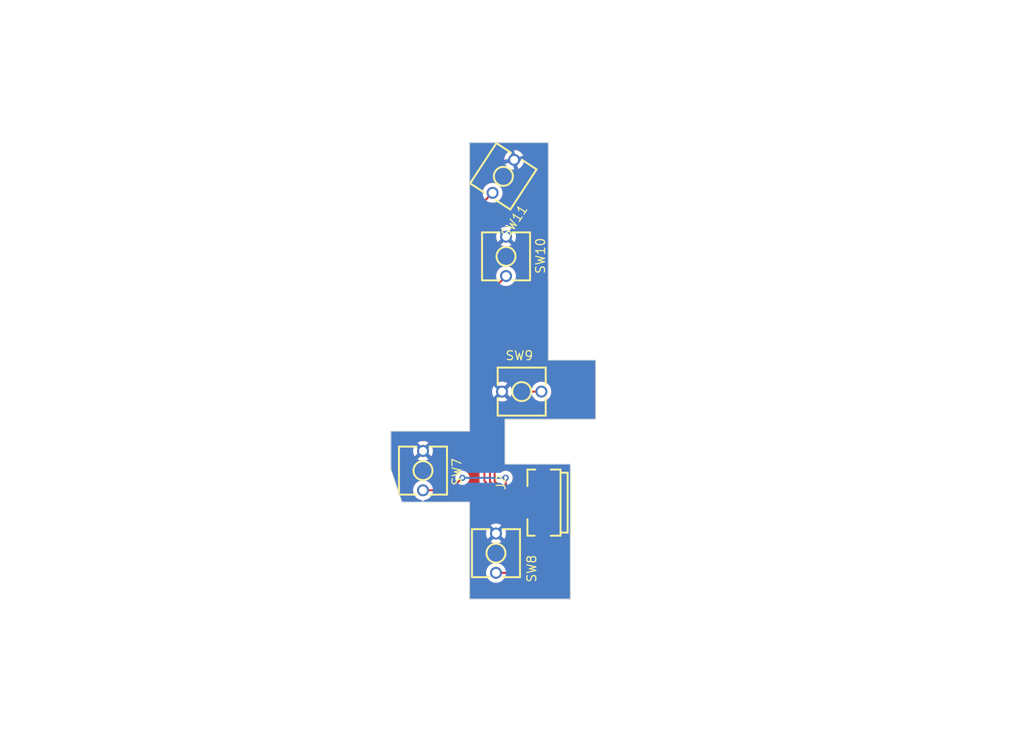
<source format=kicad_pcb>
(kicad_pcb (version 20221018) (generator pcbnew)
  (layers (0 "F.Cu" signal) (31 "B.Cu" signal) (34 "B.Paste" user) (35 "F.Paste" user) (36 "B.SilkS" user "B.Silkscreen") (37 "F.SilkS" user "F.Silkscreen") (38 "B.Mask" user) (39 "F.Mask" user) (44 "Edge.Cuts" user))
  (net 0 "")
  (net 1 "GND")
  (net 2 "SW11_B")
  (net 3 "SW8_B")
  (net 4 "SW9_B")
  (net 5 "SW10_B")
  (net 6 "SW7_B")
  (footprint "0:SW-TH_L6.2-W6.2-P5.00" (layer "F.Cu") (at 114.243 78.567 -90)
    (fp_text reference "SW10" (at -2.455 -4.369 90) (layer "F.SilkS") (effects (font (size 1.143 1.143) (thickness 0.152)) (justify right)))
    (fp_text value "SW_PUSH" hide)
    (fp_line (start -3.048 -3.048) (end -3.048 -0.828) (stroke (width 0.254)) (layer "F.SilkS"))
    (fp_line (start -3.048 -3.048) (end 3.048 -3.048) (stroke (width 0.254)) (layer "F.SilkS"))
    (fp_line (start -3.048 0.828) (end -3.048 3.048) (stroke (width 0.254)) (layer "F.SilkS"))
    (fp_line (start -3.048 3.048) (end 3.048 3.048) (stroke (width 0.254)) (layer "F.SilkS"))
    (fp_line (start 3.048 -3.048) (end 3.048 -0.828) (stroke (width 0.254)) (layer "F.SilkS"))
    (fp_line (start 3.048 0.828) (end 3.048 1.16) (stroke (width 0.254)) (layer "F.SilkS"))
    (fp_line (start 3.048 3.048) (end 3.048 0.828) (stroke (width 0.254)) (layer "F.SilkS"))
    (fp_circle (center 0 0) (end 1.205 0) (stroke (width 0.254)) (fill none) (layer "F.SilkS"))
    (pad "1" thru_hole circle (at -2.5 0 270) (size 1.524 1.524) (drill 1) (layers "*.Cu" "*.Paste" "*.Mask") (net 1 "GND"))
    (pad "2" thru_hole circle (at 2.5 0 270) (size 1.524 1.524) (drill 1) (layers "*.Cu" "*.Paste" "*.Mask") (net 5 "SW10_B"))
  )
  (footprint "0:SW-TH_L6.2-W6.2-P5.00" (layer "F.Cu") (at 112.966 116.273 -90)
    (fp_text reference "SW8" (at 0.127 -4.534 90) (layer "F.SilkS") (effects (font (size 1.143 1.143) (thickness 0.152)) (justify right)))
    (fp_text value "SW_PUSH" hide)
    (fp_line (start -3.048 -3.048) (end -3.048 -0.828) (stroke (width 0.254)) (layer "F.SilkS"))
    (fp_line (start -3.048 -3.048) (end 3.048 -3.048) (stroke (width 0.254)) (layer "F.SilkS"))
    (fp_line (start -3.048 0.828) (end -3.048 3.048) (stroke (width 0.254)) (layer "F.SilkS"))
    (fp_line (start -3.048 3.048) (end 3.048 3.048) (stroke (width 0.254)) (layer "F.SilkS"))
    (fp_line (start 3.048 -3.048) (end 3.048 -0.828) (stroke (width 0.254)) (layer "F.SilkS"))
    (fp_line (start 3.048 0.828) (end 3.048 1.16) (stroke (width 0.254)) (layer "F.SilkS"))
    (fp_line (start 3.048 3.048) (end 3.048 0.828) (stroke (width 0.254)) (layer "F.SilkS"))
    (fp_circle (center 0 0) (end 1.205 0) (stroke (width 0.254)) (fill none) (layer "F.SilkS"))
    (pad "1" thru_hole circle (at -2.5 0 270) (size 1.524 1.524) (drill 1) (layers "*.Cu" "*.Paste" "*.Mask") (net 1 "GND"))
    (pad "2" thru_hole circle (at 2.5 0 270) (size 1.524 1.524) (drill 1) (layers "*.Cu" "*.Paste" "*.Mask") (net 3 "SW8_B"))
  )
  (footprint "0:SW-TH_L6.2-W6.2-P5.00" (layer "F.Cu") (at 103.699 105.784 -90)
    (fp_text reference "SW7" (at -1.684 -4.301 90) (layer "F.SilkS") (effects (font (size 1.143 1.143) (thickness 0.152)) (justify right)))
    (fp_text value "SW_PUSH" hide)
    (fp_line (start -3.048 -3.048) (end -3.048 -0.828) (stroke (width 0.254)) (layer "F.SilkS"))
    (fp_line (start -3.048 -3.048) (end 3.048 -3.048) (stroke (width 0.254)) (layer "F.SilkS"))
    (fp_line (start -3.048 0.828) (end -3.048 3.048) (stroke (width 0.254)) (layer "F.SilkS"))
    (fp_line (start -3.048 3.048) (end 3.048 3.048) (stroke (width 0.254)) (layer "F.SilkS"))
    (fp_line (start 3.048 -3.048) (end 3.048 -0.828) (stroke (width 0.254)) (layer "F.SilkS"))
    (fp_line (start 3.048 0.828) (end 3.048 1.16) (stroke (width 0.254)) (layer "F.SilkS"))
    (fp_line (start 3.048 3.048) (end 3.048 0.828) (stroke (width 0.254)) (layer "F.SilkS"))
    (fp_circle (center 0 0) (end 1.205 0) (stroke (width 0.254)) (fill none) (layer "F.SilkS"))
    (pad "1" thru_hole circle (at -2.5 0 270) (size 1.524 1.524) (drill 1) (layers "*.Cu" "*.Paste" "*.Mask") (net 1 "GND"))
    (pad "2" thru_hole circle (at 2.5 0 270) (size 1.524 1.524) (drill 1) (layers "*.Cu" "*.Paste" "*.Mask") (net 6 "SW7_B"))
  )
  (footprint "0:SW-TH_L6.2-W6.2-P5.00" (layer "F.Cu") (at 116.233 95.745)
    (fp_text reference "SW9" (at -2.145 -4.567) (layer "F.SilkS") (effects (font (size 1.143 1.143) (thickness 0.152)) (justify left)))
    (fp_text value "SW_PUSH" hide)
    (fp_line (start -3.048 -3.048) (end -3.048 -0.828) (stroke (width 0.254)) (layer "F.SilkS"))
    (fp_line (start -3.048 -3.048) (end 3.048 -3.048) (stroke (width 0.254)) (layer "F.SilkS"))
    (fp_line (start -3.048 0.828) (end -3.048 3.048) (stroke (width 0.254)) (layer "F.SilkS"))
    (fp_line (start -3.048 3.048) (end 3.048 3.048) (stroke (width 0.254)) (layer "F.SilkS"))
    (fp_line (start 3.048 -3.048) (end 3.048 -0.828) (stroke (width 0.254)) (layer "F.SilkS"))
    (fp_line (start 3.048 0.828) (end 3.048 1.16) (stroke (width 0.254)) (layer "F.SilkS"))
    (fp_line (start 3.048 3.048) (end 3.048 0.828) (stroke (width 0.254)) (layer "F.SilkS"))
    (fp_circle (center 0 0) (end 1.205 0) (stroke (width 0.254)) (fill none) (layer "F.SilkS"))
    (pad "1" thru_hole circle (at -2.5 0) (size 1.524 1.524) (drill 1) (layers "*.Cu" "*.Paste" "*.Mask") (net 1 "GND"))
    (pad "2" thru_hole circle (at 2.5 0) (size 1.524 1.524) (drill 1) (layers "*.Cu" "*.Paste" "*.Mask") (net 4 "SW9_B"))
  )
  (footprint "0:FFCｺﾈｸﾀ_FPC-SMD_P0.50-8P_FGS-XJ-H2.0" (layer "F.Cu") (at 117.56 109.85 -90)
    (fp_text reference "J2" (at -3.65 3.96 90) (layer "F.SilkS") (effects (font (size 1.143 1.143) (thickness 0.152)) (justify right)))
    (fp_text value "Conn_01x8_Pin + 2" hide)
    (fp_line (start -4.2 -3.6) (end -4.2 -2.371) (stroke (width 0.254)) (layer "F.SilkS"))
    (fp_line (start -4.2 -0.4) (end -4.2 0.6) (stroke (width 0.254)) (layer "F.SilkS"))
    (fp_line (start -4.2 0.6) (end -2.113 0.6) (stroke (width 0.254)) (layer "F.SilkS"))
    (fp_line (start -3.8 -4.5) (end 3.8 -4.5) (stroke (width 0.254)) (layer "F.SilkS"))
    (fp_line (start -3.8 -3.6) (end -3.8 -4.5) (stroke (width 0.254)) (layer "F.SilkS"))
    (fp_line (start 2.113 0.6) (end 4.2 0.6) (stroke (width 0.254)) (layer "F.SilkS"))
    (fp_line (start 3.8 -4.5) (end 3.8 -3.6) (stroke (width 0.254)) (layer "F.SilkS"))
    (fp_line (start 4.2 -3.6) (end -4.2 -3.6) (stroke (width 0.254)) (layer "F.SilkS"))
    (fp_line (start 4.2 -2.371) (end 4.2 -3.6) (stroke (width 0.254)) (layer "F.SilkS"))
    (fp_line (start 4.2 0.6) (end 4.2 -0.309) (stroke (width 0.254)) (layer "F.SilkS"))
    (pad "1" smd rect (at -1.75 1.34 270) (size 0.3 1.3) (layers "F.Cu" "F.Paste" "F.Mask") (net 1 "GND"))
    (pad "2" smd rect (at -1.252 1.338 270) (size 0.3 1.3) (layers "F.Cu" "F.Paste" "F.Mask") (net 6 "SW7_B"))
    (pad "3" smd rect (at -0.75 1.34 270) (size 0.3 1.3) (layers "F.Cu" "F.Paste" "F.Mask") (net 3 "SW8_B"))
    (pad "4" smd rect (at -0.25 1.34 270) (size 0.3 1.3) (layers "F.Cu" "F.Paste" "F.Mask") (net 4 "SW9_B"))
    (pad "5" smd rect (at 0.25 1.34 270) (size 0.3 1.3) (layers "F.Cu" "F.Paste" "F.Mask") (net 5 "SW10_B"))
    (pad "6" smd rect (at 0.75 1.34 270) (size 0.3 1.3) (layers "F.Cu" "F.Paste" "F.Mask") (net 2 "SW11_B"))
    (pad "7" smd rect (at 1.25 1.34 270) (size 0.3 1.3) (layers "F.Cu" "F.Paste" "F.Mask"))
    (pad "8" smd rect (at 1.75 1.34 270) (size 0.3 1.3) (layers "F.Cu" "F.Paste" "F.Mask"))
    (pad "9" smd rect (at 3.45 -1.34 180) (size 1.6 2) (layers "F.Cu" "F.Paste" "F.Mask") (net 1 "GND"))
    (pad "10" smd rect (at -3.45 -1.34 180) (size 1.6 2) (layers "F.Cu" "F.Paste" "F.Mask") (net 1 "GND"))
  )
  (footprint "0:SW-TH_L6.2-W6.2-P5.00" (layer "F.Cu") (at 113.902 68.402 -123.125)
    (fp_text reference "SW11" (at 1.626125 -4.296966 56.875) (layer "F.SilkS") (effects (font (size 1.143 1.143) (thickness 0.152)) (justify right)))
    (fp_text value "SW_PUSH" hide)
    (fp_line (start -3.048 -3.048) (end -3.048 -0.828) (stroke (width 0.254)) (layer "F.SilkS"))
    (fp_line (start -3.048 -3.048) (end 3.048 -3.048) (stroke (width 0.254)) (layer "F.SilkS"))
    (fp_line (start -3.048 0.828) (end -3.048 3.048) (stroke (width 0.254)) (layer "F.SilkS"))
    (fp_line (start -3.048 3.048) (end 3.048 3.048) (stroke (width 0.254)) (layer "F.SilkS"))
    (fp_line (start 3.048 -3.048) (end 3.048 -0.828) (stroke (width 0.254)) (layer "F.SilkS"))
    (fp_line (start 3.048 0.828) (end 3.048 1.16) (stroke (width 0.254)) (layer "F.SilkS"))
    (fp_line (start 3.048 3.048) (end 3.048 0.828) (stroke (width 0.254)) (layer "F.SilkS"))
    (fp_circle (center 0 0) (end 1.205 0) (stroke (width 0.254)) (fill none) (layer "F.SilkS"))
    (pad "1" thru_hole circle (at -2.5 0 236.875) (size 1.524 1.524) (drill 1) (layers "*.Cu" "*.Paste" "*.Mask") (net 1 "GND"))
    (pad "2" thru_hole circle (at 2.5 0 236.875) (size 1.524 1.524) (drill 1) (layers "*.Cu" "*.Paste" "*.Mask") (net 2 "SW11_B"))
  )
  (gr_line (start 122.412 104.959) (end 114.112 104.959) (stroke (width 0.1)) (layer "Edge.Cuts"))
  (gr_line (start 109.612 122.112) (end 109.612 109.785) (stroke (width 0.1)) (layer "Edge.Cuts"))
  (gr_line (start 109.612 122.112) (end 122.412 122.112) (stroke (width 0.1)) (layer "Edge.Cuts"))
  (gr_line (start 109.612 64.112) (end 109.612 100.785) (stroke (width 0.1)) (layer "Edge.Cuts"))
  (gr_line (start 122.412 122.112) (end 122.412 104.959) (stroke (width 0.1)) (layer "Edge.Cuts"))
  (gr_line (start 109.612 100.785) (end 99.612 100.785) (stroke (width 0.1)) (layer "Edge.Cuts"))
  (gr_line (start 99.612 105.585) (end 99.612 100.785) (stroke (width 0.1)) (layer "Edge.Cuts"))
  (gr_line (start 109.612 109.785) (end 101.03 109.785) (stroke (width 0.1)) (layer "Edge.Cuts"))
  (gr_line (start 125.612 99.259) (end 114.112 99.259) (stroke (width 0.1)) (layer "Edge.Cuts"))
  (gr_line (start 119.612 64.112) (end 109.612 64.112) (stroke (width 0.1)) (layer "Edge.Cuts"))
  (gr_line (start 114.112 104.959) (end 114.112 99.259) (stroke (width 0.1)) (layer "Edge.Cuts"))
  (gr_line (start 125.612 99.259) (end 125.612 91.745) (stroke (width 0.1)) (layer "Edge.Cuts"))
  (gr_line (start 101.03 109.785) (end 99.612 105.585) (stroke (width 0.1)) (layer "Edge.Cuts"))
  (gr_line (start 119.612 91.745) (end 119.612 64.112) (stroke (width 0.1)) (layer "Edge.Cuts"))
  (gr_line (start 119.612 91.745) (end 125.612 91.745) (stroke (width 0.1)) (layer "Edge.Cuts"))
  (segment (start 117.2 108.1) (end 118.9 106.4) (width 0.25) (layer "F.Cu") (net 1))
  (segment (start 116.22 108.1) (end 117.2 108.1) (width 0.25) (layer "F.Cu") (net 1))
  (segment (start 114.997208 110.6) (end 111.5 107.102792) (width 0.25) (layer "F.Cu") (net 2))
  (segment (start 116.22 110.6) (end 114.997208 110.6) (width 0.25) (layer "F.Cu") (net 2))
  (segment (start 111.5 107.102792) (end 111.5 71.531532) (width 0.25) (layer "F.Cu") (net 2))
  (segment (start 111.5 71.531532) (end 112.535831 70.495701) (width 0.25) (layer "F.Cu") (net 2))
  (segment (start 121.7 110.3) (end 120.5 109.1) (width 0.25) (layer "F.Cu") (net 3))
  (segment (start 118.127 118.773) (end 121.7 115.2) (width 0.25) (layer "F.Cu") (net 3))
  (segment (start 112.966 118.773) (end 118.127 118.773) (width 0.25) (layer "F.Cu") (net 3))
  (segment (start 120.5 109.1) (end 116.22 109.1) (width 0.25) (layer "F.Cu") (net 3))
  (segment (start 121.7 115.2) (end 121.7 110.3) (width 0.25) (layer "F.Cu") (net 3))
  (segment (start 112.8 107.13) (end 112.8 99.9) (width 0.25) (layer "F.Cu") (net 4))
  (segment (start 112.8 99.9) (end 116.955 95.745) (width 0.25) (layer "F.Cu") (net 4))
  (segment (start 116.22 109.6) (end 115.27 109.6) (width 0.25) (layer "F.Cu") (net 4))
  (segment (start 115.27 109.6) (end 112.8 107.13) (width 0.25) (layer "F.Cu") (net 4))
  (segment (start 116.955 95.745) (end 118.733 95.745) (width 0.25) (layer "F.Cu") (net 4))
  (segment (start 112.2 83.11) (end 114.243 81.067) (width 0.25) (layer "F.Cu") (net 5))
  (segment (start 115.133604 110.1) (end 112.2 107.166396) (width 0.25) (layer "F.Cu") (net 5))
  (segment (start 116.22 110.1) (end 115.133604 110.1) (width 0.25) (layer "F.Cu") (net 5))
  (segment (start 112.2 107.166396) (end 112.2 83.11) (width 0.25) (layer "F.Cu") (net 5))
  (segment (start 115.268 108.598) (end 114.2 107.53) (width 0.25) (layer "F.Cu") (net 6))
  (segment (start 114.2 107.53) (end 114.2 106.7) (width 0.25) (layer "F.Cu") (net 6))
  (segment (start 107.116 108.284) (end 103.699 108.284) (width 0.25) (layer "F.Cu") (net 6))
  (segment (start 116.222 108.598) (end 115.268 108.598) (width 0.25) (layer "F.Cu") (net 6))
  (segment (start 108.7 106.7) (end 107.116 108.284) (width 0.25) (layer "F.Cu") (net 6))
  (via (at 108.7 106.7) (size 0.8) (drill 0.4) (layers "F.Cu" "B.Cu") (net 6))
  (via (at 114.2 106.7) (size 0.8) (drill 0.4) (layers "F.Cu" "B.Cu") (net 6))
  (segment (start 114.2 106.7) (end 108.7 106.7) (width 0.25) (layer "B.Cu") (net 6))
  (zone (net 1) (net_name "GND") (layer "F.Cu") (connect_pads (clearance 0.5)) (min_thickness 0.25) (fill yes (thermal_gap 0.5) (thermal_bridge_width 0.5) (island_removal_mode 1) (island_area_min 10))
    (polygon (pts (xy 50 46) (xy 50 141) (xy 180 141) (xy 180 46)))
  )
  (zone (net 1) (net_name "GND") (layer "B.Cu") (priority 1) (connect_pads (clearance 0.5)) (min_thickness 0.25) (fill yes (thermal_gap 0.5) (thermal_bridge_width 0.5))
    (polygon (pts (xy 51 47) (xy 51 140) (xy 179 140) (xy 179 47)))
  )
)
</source>
